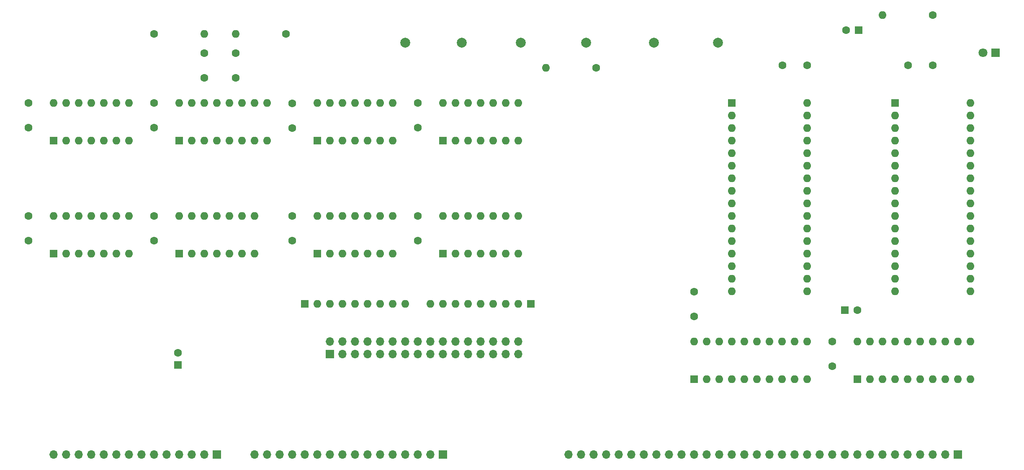
<source format=gbs>
G04 #@! TF.GenerationSoftware,KiCad,Pcbnew,(7.0.0)*
G04 #@! TF.CreationDate,2023-09-24T17:50:25-07:00*
G04 #@! TF.ProjectId,ram,72616d2e-6b69-4636-9164-5f7063625858,rev?*
G04 #@! TF.SameCoordinates,Original*
G04 #@! TF.FileFunction,Soldermask,Bot*
G04 #@! TF.FilePolarity,Negative*
%FSLAX46Y46*%
G04 Gerber Fmt 4.6, Leading zero omitted, Abs format (unit mm)*
G04 Created by KiCad (PCBNEW (7.0.0)) date 2023-09-24 17:50:25*
%MOMM*%
%LPD*%
G01*
G04 APERTURE LIST*
%ADD10R,1.600000X1.600000*%
%ADD11O,1.600000X1.600000*%
%ADD12C,1.600000*%
%ADD13R,1.700000X1.700000*%
%ADD14O,1.700000X1.700000*%
%ADD15C,2.000000*%
%ADD16R,1.800000X1.800000*%
%ADD17C,1.800000*%
G04 APERTURE END LIST*
D10*
X114299999Y-104139999D03*
D11*
X116839999Y-104139999D03*
X119379999Y-104139999D03*
X121919999Y-104139999D03*
X124459999Y-104139999D03*
X126999999Y-104139999D03*
X129539999Y-104139999D03*
X129539999Y-96519999D03*
X126999999Y-96519999D03*
X124459999Y-96519999D03*
X121919999Y-96519999D03*
X119379999Y-96519999D03*
X116839999Y-96519999D03*
X114299999Y-96519999D03*
D12*
X134620000Y-73660000D03*
X134620000Y-78660000D03*
X208360000Y-66040000D03*
X213360000Y-66040000D03*
X55880000Y-96520000D03*
X55880000Y-101520000D03*
D13*
X139699999Y-144779999D03*
D14*
X137159999Y-144779999D03*
X134619999Y-144779999D03*
X132079999Y-144779999D03*
X129539999Y-144779999D03*
X126999999Y-144779999D03*
X124459999Y-144779999D03*
X121919999Y-144779999D03*
X119379999Y-144779999D03*
X116839999Y-144779999D03*
X114299999Y-144779999D03*
X111759999Y-144779999D03*
X109219999Y-144779999D03*
X106679999Y-144779999D03*
X104139999Y-144779999D03*
X101599999Y-144779999D03*
D10*
X221019999Y-115569999D03*
D12*
X223520000Y-115570000D03*
X170688000Y-66548000D03*
D11*
X160527999Y-66547999D03*
D13*
X93979999Y-144779999D03*
D14*
X91439999Y-144779999D03*
X88899999Y-144779999D03*
X86359999Y-144779999D03*
X83819999Y-144779999D03*
X81279999Y-144779999D03*
X78739999Y-144779999D03*
X76199999Y-144779999D03*
X73659999Y-144779999D03*
X71119999Y-144779999D03*
X68579999Y-144779999D03*
X66039999Y-144779999D03*
X63499999Y-144779999D03*
X60959999Y-144779999D03*
D15*
X143510000Y-61468000D03*
D12*
X109220000Y-96520000D03*
X109220000Y-101520000D03*
D10*
X139699999Y-104139999D03*
D11*
X142239999Y-104139999D03*
X144779999Y-104139999D03*
X147319999Y-104139999D03*
X149859999Y-104139999D03*
X152399999Y-104139999D03*
X154939999Y-104139999D03*
X154939999Y-96519999D03*
X152399999Y-96519999D03*
X149859999Y-96519999D03*
X147319999Y-96519999D03*
X144779999Y-96519999D03*
X142239999Y-96519999D03*
X139699999Y-96519999D03*
D12*
X218440000Y-121920000D03*
X218440000Y-126920000D03*
D10*
X223519999Y-129539999D03*
D11*
X226059999Y-129539999D03*
X228599999Y-129539999D03*
X231139999Y-129539999D03*
X233679999Y-129539999D03*
X236219999Y-129539999D03*
X238759999Y-129539999D03*
X241299999Y-129539999D03*
X243839999Y-129539999D03*
X246379999Y-129539999D03*
X246379999Y-121919999D03*
X243839999Y-121919999D03*
X241299999Y-121919999D03*
X238759999Y-121919999D03*
X236219999Y-121919999D03*
X233679999Y-121919999D03*
X231139999Y-121919999D03*
X228599999Y-121919999D03*
X226059999Y-121919999D03*
X223519999Y-121919999D03*
D15*
X182372000Y-61468000D03*
D12*
X190500000Y-116840000D03*
X190500000Y-111840000D03*
D15*
X155448000Y-61468000D03*
D10*
X198119999Y-73659999D03*
D11*
X198119999Y-76199999D03*
X198119999Y-78739999D03*
X198119999Y-81279999D03*
X198119999Y-83819999D03*
X198119999Y-86359999D03*
X198119999Y-88899999D03*
X198119999Y-91439999D03*
X198119999Y-93979999D03*
X198119999Y-96519999D03*
X198119999Y-99059999D03*
X198119999Y-101599999D03*
X198119999Y-104139999D03*
X198119999Y-106679999D03*
X198119999Y-109219999D03*
X198119999Y-111759999D03*
X213359999Y-111759999D03*
X213359999Y-109219999D03*
X213359999Y-106679999D03*
X213359999Y-104139999D03*
X213359999Y-101599999D03*
X213359999Y-99059999D03*
X213359999Y-96519999D03*
X213359999Y-93979999D03*
X213359999Y-91439999D03*
X213359999Y-88899999D03*
X213359999Y-86359999D03*
X213359999Y-83819999D03*
X213359999Y-81279999D03*
X213359999Y-78739999D03*
X213359999Y-76199999D03*
X213359999Y-73659999D03*
D12*
X97790000Y-68580000D03*
X97790000Y-63580000D03*
D15*
X168656000Y-61468000D03*
D12*
X81280000Y-59690000D03*
D11*
X91439999Y-59689999D03*
D15*
X195326000Y-61468000D03*
D12*
X81280000Y-96520000D03*
X81280000Y-101520000D03*
X238760000Y-55880000D03*
D11*
X228599999Y-55879999D03*
D10*
X86359999Y-81279999D03*
D11*
X88899999Y-81279999D03*
X91439999Y-81279999D03*
X93979999Y-81279999D03*
X96519999Y-81279999D03*
X99059999Y-81279999D03*
X101599999Y-81279999D03*
X104139999Y-81279999D03*
X104139999Y-73659999D03*
X101599999Y-73659999D03*
X99059999Y-73659999D03*
X96519999Y-73659999D03*
X93979999Y-73659999D03*
X91439999Y-73659999D03*
X88899999Y-73659999D03*
X86359999Y-73659999D03*
D12*
X109220000Y-73740000D03*
X109220000Y-78740000D03*
D10*
X86105999Y-126658378D03*
D12*
X86106000Y-124158379D03*
D10*
X190499999Y-129539999D03*
D11*
X193039999Y-129539999D03*
X195579999Y-129539999D03*
X198119999Y-129539999D03*
X200659999Y-129539999D03*
X203199999Y-129539999D03*
X205739999Y-129539999D03*
X208279999Y-129539999D03*
X210819999Y-129539999D03*
X213359999Y-129539999D03*
X213359999Y-121919999D03*
X210819999Y-121919999D03*
X208279999Y-121919999D03*
X205739999Y-121919999D03*
X203199999Y-121919999D03*
X200659999Y-121919999D03*
X198119999Y-121919999D03*
X195579999Y-121919999D03*
X193039999Y-121919999D03*
X190499999Y-121919999D03*
D12*
X134620000Y-96520000D03*
X134620000Y-101520000D03*
D10*
X86359999Y-104139999D03*
D11*
X88899999Y-104139999D03*
X91439999Y-104139999D03*
X93979999Y-104139999D03*
X96519999Y-104139999D03*
X99059999Y-104139999D03*
X101599999Y-104139999D03*
X101599999Y-96519999D03*
X99059999Y-96519999D03*
X96519999Y-96519999D03*
X93979999Y-96519999D03*
X91439999Y-96519999D03*
X88899999Y-96519999D03*
X86359999Y-96519999D03*
D10*
X60959999Y-104139999D03*
D11*
X63499999Y-104139999D03*
X66039999Y-104139999D03*
X68579999Y-104139999D03*
X71119999Y-104139999D03*
X73659999Y-104139999D03*
X76199999Y-104139999D03*
X76199999Y-96519999D03*
X73659999Y-96519999D03*
X71119999Y-96519999D03*
X68579999Y-96519999D03*
X66039999Y-96519999D03*
X63499999Y-96519999D03*
X60959999Y-96519999D03*
D12*
X81280000Y-78660000D03*
X81280000Y-73660000D03*
D10*
X231139999Y-73659999D03*
D11*
X231139999Y-76199999D03*
X231139999Y-78739999D03*
X231139999Y-81279999D03*
X231139999Y-83819999D03*
X231139999Y-86359999D03*
X231139999Y-88899999D03*
X231139999Y-91439999D03*
X231139999Y-93979999D03*
X231139999Y-96519999D03*
X231139999Y-99059999D03*
X231139999Y-101599999D03*
X231139999Y-104139999D03*
X231139999Y-106679999D03*
X231139999Y-109219999D03*
X231139999Y-111759999D03*
X246379999Y-111759999D03*
X246379999Y-109219999D03*
X246379999Y-106679999D03*
X246379999Y-104139999D03*
X246379999Y-101599999D03*
X246379999Y-99059999D03*
X246379999Y-96519999D03*
X246379999Y-93979999D03*
X246379999Y-91439999D03*
X246379999Y-88899999D03*
X246379999Y-86359999D03*
X246379999Y-83819999D03*
X246379999Y-81279999D03*
X246379999Y-78739999D03*
X246379999Y-76199999D03*
X246379999Y-73659999D03*
D12*
X233760000Y-66040000D03*
X238760000Y-66040000D03*
D10*
X139694999Y-81279999D03*
D11*
X142234999Y-81279999D03*
X144774999Y-81279999D03*
X147314999Y-81279999D03*
X149854999Y-81279999D03*
X152394999Y-81279999D03*
X154934999Y-81279999D03*
X154934999Y-73659999D03*
X152394999Y-73659999D03*
X149854999Y-73659999D03*
X147314999Y-73659999D03*
X144774999Y-73659999D03*
X142234999Y-73659999D03*
X139694999Y-73659999D03*
D10*
X114299999Y-81279999D03*
D11*
X116839999Y-81279999D03*
X119379999Y-81279999D03*
X121919999Y-81279999D03*
X124459999Y-81279999D03*
X126999999Y-81279999D03*
X129539999Y-81279999D03*
X129539999Y-73659999D03*
X126999999Y-73659999D03*
X124459999Y-73659999D03*
X121919999Y-73659999D03*
X119379999Y-73659999D03*
X116839999Y-73659999D03*
X114299999Y-73659999D03*
D10*
X157479999Y-114299999D03*
D11*
X154939999Y-114299999D03*
X152399999Y-114299999D03*
X149859999Y-114299999D03*
X147319999Y-114299999D03*
X144779999Y-114299999D03*
X142239999Y-114299999D03*
X139699999Y-114299999D03*
X137159999Y-114299999D03*
D12*
X55880000Y-78660000D03*
X55880000Y-73660000D03*
D10*
X223773999Y-58927999D03*
D12*
X221274000Y-58928000D03*
X91440000Y-68580000D03*
X91440000Y-63580000D03*
D16*
X251459999Y-63499999D03*
D17*
X248920000Y-63500000D03*
D13*
X243839999Y-144779999D03*
D14*
X241299999Y-144779999D03*
X238759999Y-144779999D03*
X236219999Y-144779999D03*
X233679999Y-144779999D03*
X231139999Y-144779999D03*
X228599999Y-144779999D03*
X226059999Y-144779999D03*
X223519999Y-144779999D03*
X220979999Y-144779999D03*
X218439999Y-144779999D03*
X215899999Y-144779999D03*
X213359999Y-144779999D03*
X210819999Y-144779999D03*
X208279999Y-144779999D03*
X205739999Y-144779999D03*
X203199999Y-144779999D03*
X200659999Y-144779999D03*
X198119999Y-144779999D03*
X195579999Y-144779999D03*
X193039999Y-144779999D03*
X190499999Y-144779999D03*
X187959999Y-144779999D03*
X185419999Y-144779999D03*
X182879999Y-144779999D03*
X180339999Y-144779999D03*
X177799999Y-144779999D03*
X175259999Y-144779999D03*
X172719999Y-144779999D03*
X170179999Y-144779999D03*
X167639999Y-144779999D03*
X165099999Y-144779999D03*
D10*
X111759999Y-114299999D03*
D11*
X114299999Y-114299999D03*
X116839999Y-114299999D03*
X119379999Y-114299999D03*
X121919999Y-114299999D03*
X124459999Y-114299999D03*
X126999999Y-114299999D03*
X129539999Y-114299999D03*
X132079999Y-114299999D03*
D15*
X132080000Y-61468000D03*
D10*
X60959999Y-81279999D03*
D11*
X63499999Y-81279999D03*
X66039999Y-81279999D03*
X68579999Y-81279999D03*
X71119999Y-81279999D03*
X73659999Y-81279999D03*
X76199999Y-81279999D03*
X76199999Y-73659999D03*
X73659999Y-73659999D03*
X71119999Y-73659999D03*
X68579999Y-73659999D03*
X66039999Y-73659999D03*
X63499999Y-73659999D03*
X60959999Y-73659999D03*
D13*
X116839999Y-124459999D03*
D14*
X116839999Y-121919999D03*
X119379999Y-124459999D03*
X119379999Y-121919999D03*
X121919999Y-124459999D03*
X121919999Y-121919999D03*
X124459999Y-124459999D03*
X124459999Y-121919999D03*
X126999999Y-124459999D03*
X126999999Y-121919999D03*
X129539999Y-124459999D03*
X129539999Y-121919999D03*
X132079999Y-124459999D03*
X132079999Y-121919999D03*
X134619999Y-124459999D03*
X134619999Y-121919999D03*
X137159999Y-124459999D03*
X137159999Y-121919999D03*
X139699999Y-124459999D03*
X139699999Y-121919999D03*
X142239999Y-124459999D03*
X142239999Y-121919999D03*
X144779999Y-124459999D03*
X144779999Y-121919999D03*
X147319999Y-124459999D03*
X147319999Y-121919999D03*
X149859999Y-124459999D03*
X149859999Y-121919999D03*
X152399999Y-124459999D03*
X152399999Y-121919999D03*
X154939999Y-124459999D03*
X154939999Y-121919999D03*
D12*
X107950000Y-59690000D03*
D11*
X97789999Y-59689999D03*
M02*

</source>
